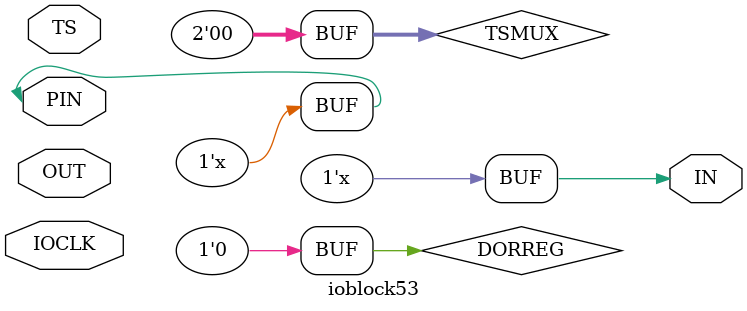
<source format=v>
module ioblock53(
	       inout  PIN,
	       input  TS,
	       input  OUT,
	       output IN,
	       input IOCLK
	       );
   
   reg 		     D;
   reg [2-1:0] 	     TSMUX;
   reg 		     DORREG;

   assign PIN = ( TSMUX == 2'b00 ) ? 1'bz : (( TSMUX == 2'b01 && TS == 1'b1 ) ? OUT : (( TSMUX == 2'b01 && TS == 1'b0 ) ? 1'bz : OUT));
   assign IN  = ( DORREG == 1'b0 ) ? PIN  : D;
   
   initial
     begin
	D=1'b0;
	TSMUX=2'b00;
	DORREG=1'b0;
     end
   
   always @(posedge IOCLK) D=PIN;
   
endmodule       

</source>
